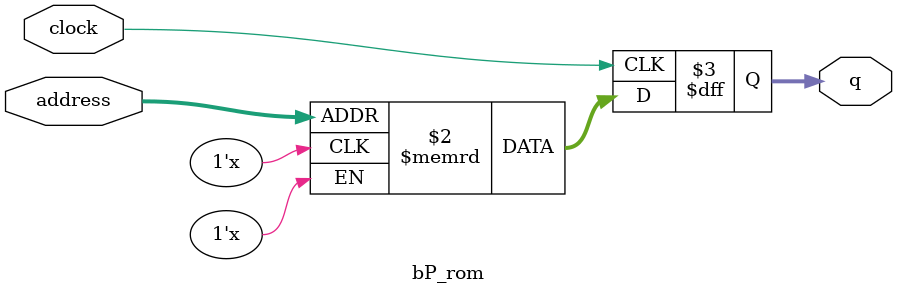
<source format=sv>
module bP_rom (
	input logic clock,
	input logic [11:0] address,
	output logic [3:0] q
);

logic [3:0] memory [0:3599] /* synthesis ram_init_file = "./bP/bP.COE" */;

always_ff @ (posedge clock) begin
	q <= memory[address];
end

endmodule

</source>
